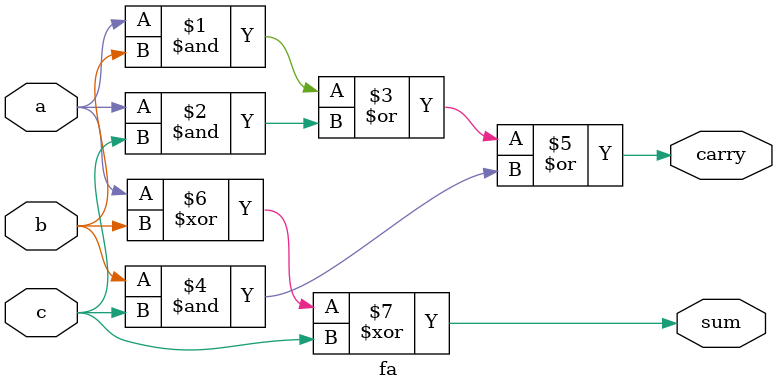
<source format=v>
module fa
	(
		input wire a, b, c,
		output wire sum, carry
	);
	
	assign carry = (a & b) | (a & c) | (b & c);
	assign sum = a ^ b ^c;

endmodule

</source>
